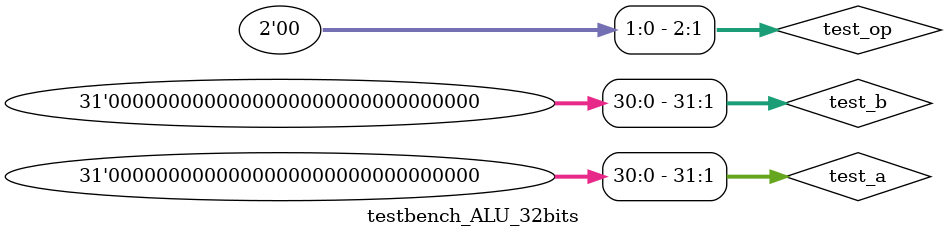
<source format=v>
`timescale 1ps/1ps
module testbench_ALU_32bits;

    reg [31:0] test_a, test_b;
    wire [31:0] test_c;
    reg [2:0] test_op;

    ALU_32bits duv (
        .a(test_a),
        .b(test_b),
        .opcode(test_op),
        .c(test_c)
    );

    // Generate input randomly
    initial begin
        repeat (1000) begin
            test_a = $random;
            test_b = $random;
            test_op = $random;
            #1;
        end
    end

    // Generate golden output
    wire [31:0] golden_out;
    assign golden_out = (test_op==0) ? (test_a + test_b):
            (test_op==1) ? (test_a - test_b):
            (test_op==2) ? (~test_a):
            (test_op==3) ? (test_a & test_b):
            (test_op==4) ? (test_a | test_b):
            (test_op==5) ? (test_a ^ test_b):
            (test_op==6) ? (test_a <<< 1):
            (test_op==7) ? (test_a >>> 1):
            32'b0;

    // Compare and warn if different
    initial begin
        if (golden_out!=test_c) begin
           $monitor("[%0t] Error: golden_out = %d, test_c = %d",
                $time, golden_out, test_c); 
        end
        else begin
            $monitor("[%0t] Pass: golden_out = test_c = %d",
                $time, test_c);
        end
    end
endmodule

</source>
